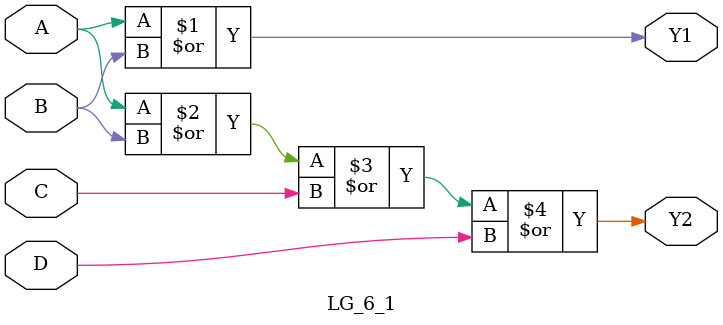
<source format=v>
module LG_6_1(input A,input B,input C,input D,output Y1,output Y2);
assign Y1 = A | B; // This is representative of IC7432 , IC 74832. These two are 2-Input OR gates.
assign Y2 = A | B | C | D; // This is representative of IC 74802. It is a 4-Input OR gate.
endmodule

</source>
